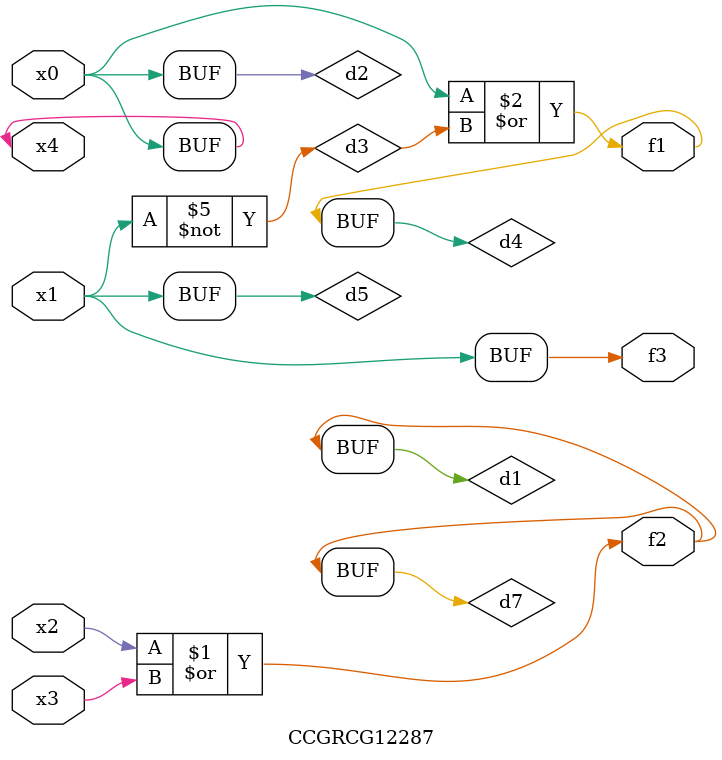
<source format=v>
module CCGRCG12287(
	input x0, x1, x2, x3, x4,
	output f1, f2, f3
);

	wire d1, d2, d3, d4, d5, d6, d7;

	or (d1, x2, x3);
	buf (d2, x0, x4);
	not (d3, x1);
	or (d4, d2, d3);
	not (d5, d3);
	nand (d6, d1, d3);
	or (d7, d1);
	assign f1 = d4;
	assign f2 = d7;
	assign f3 = d5;
endmodule

</source>
